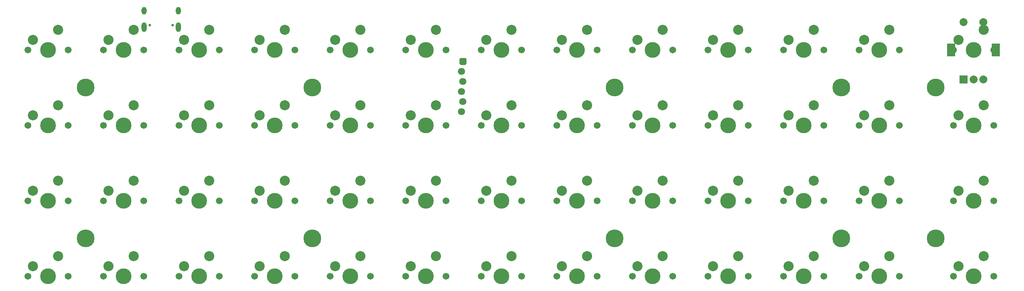
<source format=gts>
G04 #@! TF.GenerationSoftware,KiCad,Pcbnew,(5.1.10-1-10_14)*
G04 #@! TF.CreationDate,2021-08-22T11:13:13-05:00*
G04 #@! TF.ProjectId,ori,6f72692e-6b69-4636-9164-5f7063625858,rev?*
G04 #@! TF.SameCoordinates,Original*
G04 #@! TF.FileFunction,Soldermask,Top*
G04 #@! TF.FilePolarity,Negative*
%FSLAX46Y46*%
G04 Gerber Fmt 4.6, Leading zero omitted, Abs format (unit mm)*
G04 Created by KiCad (PCBNEW (5.1.10-1-10_14)) date 2021-08-22 11:13:13*
%MOMM*%
%LPD*%
G01*
G04 APERTURE LIST*
%ADD10C,4.500000*%
%ADD11C,2.540000*%
%ADD12C,1.701800*%
%ADD13C,3.987800*%
%ADD14R,2.000000X2.000000*%
%ADD15C,2.000000*%
%ADD16R,2.000000X3.200000*%
%ADD17C,1.803400*%
%ADD18O,1.300000X1.900000*%
%ADD19C,0.650000*%
%ADD20O,1.300000X2.400000*%
G04 APERTURE END LIST*
D10*
X96440641Y-62706266D03*
X153590689Y-100806298D03*
X286940801Y-62706266D03*
X286940801Y-100806298D03*
X229790753Y-62706266D03*
X153590689Y-62706266D03*
X229790753Y-100806298D03*
X96440641Y-100806298D03*
X310753321Y-100806298D03*
X310753321Y-62706266D03*
D11*
X316468185Y-69691370D03*
X322818185Y-67151370D03*
D12*
X325358185Y-72231370D03*
X315198185Y-72231370D03*
D13*
X320278185Y-72231370D03*
D11*
X121205625Y-50641250D03*
X127555625Y-48101250D03*
D12*
X130095625Y-53181250D03*
X119935625Y-53181250D03*
D13*
X125015625Y-53181250D03*
D11*
X316468185Y-107791530D03*
X322818185Y-105251530D03*
D12*
X325358185Y-110331530D03*
X315198185Y-110331530D03*
D13*
X320278185Y-110331530D03*
D14*
X317752725Y-60693950D03*
D15*
X320252725Y-60693950D03*
X322752725Y-60693950D03*
D16*
X314652725Y-53193950D03*
X325852725Y-53193950D03*
D15*
X317752725Y-46193950D03*
X322752725Y-46193950D03*
G36*
G01*
X192448100Y-55649150D02*
X192448100Y-56550850D01*
G75*
G02*
X191997250Y-57001700I-450850J0D01*
G01*
X191095550Y-57001700D01*
G75*
G02*
X190644700Y-56550850I0J450850D01*
G01*
X190644700Y-55649150D01*
G75*
G02*
X191095550Y-55198300I450850J0D01*
G01*
X191997250Y-55198300D01*
G75*
G02*
X192448100Y-55649150I0J-450850D01*
G01*
G37*
D17*
X191140000Y-58640000D03*
X191546400Y-61180000D03*
X191140000Y-63720000D03*
X191546400Y-66260000D03*
X191140000Y-68800000D03*
D18*
X111189825Y-43258627D03*
D19*
X112599825Y-46907627D03*
X118379825Y-46907627D03*
D18*
X119789825Y-43258627D03*
D20*
X119789825Y-47458627D03*
X111189825Y-47458627D03*
D13*
X320278125Y-53181250D03*
D12*
X315198125Y-53181250D03*
X325358125Y-53181250D03*
D11*
X322818125Y-48101250D03*
X316468125Y-50641250D03*
X316468185Y-88741450D03*
X322818185Y-86201450D03*
D12*
X325358185Y-91281450D03*
X315198185Y-91281450D03*
D13*
X320278185Y-91281450D03*
D11*
X83105625Y-50641250D03*
X89455625Y-48101250D03*
D12*
X91995625Y-53181250D03*
X81835625Y-53181250D03*
D13*
X86915625Y-53181250D03*
D11*
X102155625Y-50641250D03*
X108505625Y-48101250D03*
D12*
X111045625Y-53181250D03*
X100885625Y-53181250D03*
D13*
X105965625Y-53181250D03*
X144065625Y-53181250D03*
D12*
X138985625Y-53181250D03*
X149145625Y-53181250D03*
D11*
X146605625Y-48101250D03*
X140255625Y-50641250D03*
X159305625Y-50641250D03*
X165655625Y-48101250D03*
D12*
X168195625Y-53181250D03*
X158035625Y-53181250D03*
D13*
X163115625Y-53181250D03*
D11*
X178355625Y-50641250D03*
X184705625Y-48101250D03*
D12*
X187245625Y-53181250D03*
X177085625Y-53181250D03*
D13*
X182165625Y-53181250D03*
D11*
X197405625Y-50641250D03*
X203755625Y-48101250D03*
D12*
X206295625Y-53181250D03*
X196135625Y-53181250D03*
D13*
X201215625Y-53181250D03*
D11*
X216455625Y-50641250D03*
X222805625Y-48101250D03*
D12*
X225345625Y-53181250D03*
X215185625Y-53181250D03*
D13*
X220265625Y-53181250D03*
D11*
X235505625Y-50641250D03*
X241855625Y-48101250D03*
D12*
X244395625Y-53181250D03*
X234235625Y-53181250D03*
D13*
X239315625Y-53181250D03*
D11*
X254555625Y-50641250D03*
X260905625Y-48101250D03*
D12*
X263445625Y-53181250D03*
X253285625Y-53181250D03*
D13*
X258365625Y-53181250D03*
D11*
X273605625Y-50641250D03*
X279955625Y-48101250D03*
D12*
X282495625Y-53181250D03*
X272335625Y-53181250D03*
D13*
X277415625Y-53181250D03*
D11*
X292655625Y-50641250D03*
X299005625Y-48101250D03*
D12*
X301545625Y-53181250D03*
X291385625Y-53181250D03*
D13*
X296465625Y-53181250D03*
D11*
X83105625Y-69691250D03*
X89455625Y-67151250D03*
D12*
X91995625Y-72231250D03*
X81835625Y-72231250D03*
D13*
X86915625Y-72231250D03*
D11*
X102155625Y-69691250D03*
X108505625Y-67151250D03*
D12*
X111045625Y-72231250D03*
X100885625Y-72231250D03*
D13*
X105965625Y-72231250D03*
D11*
X121205625Y-69691250D03*
X127555625Y-67151250D03*
D12*
X130095625Y-72231250D03*
X119935625Y-72231250D03*
D13*
X125015625Y-72231250D03*
D11*
X140260799Y-69691250D03*
X146610799Y-67151250D03*
D12*
X149150799Y-72231250D03*
X138990799Y-72231250D03*
D13*
X144070799Y-72231250D03*
D11*
X159305625Y-69691250D03*
X165655625Y-67151250D03*
D12*
X168195625Y-72231250D03*
X158035625Y-72231250D03*
D13*
X163115625Y-72231250D03*
D11*
X178355625Y-69691250D03*
X184705625Y-67151250D03*
D12*
X187245625Y-72231250D03*
X177085625Y-72231250D03*
D13*
X182165625Y-72231250D03*
D11*
X197405625Y-69691250D03*
X203755625Y-67151250D03*
D12*
X206295625Y-72231250D03*
X196135625Y-72231250D03*
D13*
X201215625Y-72231250D03*
D11*
X216455625Y-69691250D03*
X222805625Y-67151250D03*
D12*
X225345625Y-72231250D03*
X215185625Y-72231250D03*
D13*
X220265625Y-72231250D03*
D11*
X235505625Y-69691250D03*
X241855625Y-67151250D03*
D12*
X244395625Y-72231250D03*
X234235625Y-72231250D03*
D13*
X239315625Y-72231250D03*
D11*
X254555625Y-69691250D03*
X260905625Y-67151250D03*
D12*
X263445625Y-72231250D03*
X253285625Y-72231250D03*
D13*
X258365625Y-72231250D03*
D11*
X273605625Y-69691250D03*
X279955625Y-67151250D03*
D12*
X282495625Y-72231250D03*
X272335625Y-72231250D03*
D13*
X277415625Y-72231250D03*
D11*
X292655625Y-69691250D03*
X299005625Y-67151250D03*
D12*
X301545625Y-72231250D03*
X291385625Y-72231250D03*
D13*
X296465625Y-72231250D03*
D11*
X83105625Y-88741250D03*
X89455625Y-86201250D03*
D12*
X91995625Y-91281250D03*
X81835625Y-91281250D03*
D13*
X86915625Y-91281250D03*
D11*
X102155625Y-88741250D03*
X108505625Y-86201250D03*
D12*
X111045625Y-91281250D03*
X100885625Y-91281250D03*
D13*
X105965625Y-91281250D03*
D11*
X121205625Y-88741250D03*
X127555625Y-86201250D03*
D12*
X130095625Y-91281250D03*
X119935625Y-91281250D03*
D13*
X125015625Y-91281250D03*
D11*
X140255625Y-88741250D03*
X146605625Y-86201250D03*
D12*
X149145625Y-91281250D03*
X138985625Y-91281250D03*
D13*
X144065625Y-91281250D03*
D11*
X159305625Y-88741250D03*
X165655625Y-86201250D03*
D12*
X168195625Y-91281250D03*
X158035625Y-91281250D03*
D13*
X163115625Y-91281250D03*
D11*
X178355625Y-88741250D03*
X184705625Y-86201250D03*
D12*
X187245625Y-91281250D03*
X177085625Y-91281250D03*
D13*
X182165625Y-91281250D03*
D11*
X216455625Y-88741250D03*
X222805625Y-86201250D03*
D12*
X225345625Y-91281250D03*
X215185625Y-91281250D03*
D13*
X220265625Y-91281250D03*
D11*
X235505625Y-88741250D03*
X241855625Y-86201250D03*
D12*
X244395625Y-91281250D03*
X234235625Y-91281250D03*
D13*
X239315625Y-91281250D03*
D11*
X254555625Y-88741250D03*
X260905625Y-86201250D03*
D12*
X263445625Y-91281250D03*
X253285625Y-91281250D03*
D13*
X258365625Y-91281250D03*
D11*
X273605625Y-88741250D03*
X279955625Y-86201250D03*
D12*
X282495625Y-91281250D03*
X272335625Y-91281250D03*
D13*
X277415625Y-91281250D03*
D11*
X83105625Y-107791250D03*
X89455625Y-105251250D03*
D12*
X91995625Y-110331250D03*
X81835625Y-110331250D03*
D13*
X86915625Y-110331250D03*
D11*
X102155625Y-107791250D03*
X108505625Y-105251250D03*
D12*
X111045625Y-110331250D03*
X100885625Y-110331250D03*
D13*
X105965625Y-110331250D03*
D11*
X121205625Y-107791250D03*
X127555625Y-105251250D03*
D12*
X130095625Y-110331250D03*
X119935625Y-110331250D03*
D13*
X125015625Y-110331250D03*
D11*
X140255625Y-107791250D03*
X146605625Y-105251250D03*
D12*
X149145625Y-110331250D03*
X138985625Y-110331250D03*
D13*
X144065625Y-110331250D03*
D11*
X159305625Y-107791250D03*
X165655625Y-105251250D03*
D12*
X168195625Y-110331250D03*
X158035625Y-110331250D03*
D13*
X163115625Y-110331250D03*
D11*
X178355625Y-107791250D03*
X184705625Y-105251250D03*
D12*
X187245625Y-110331250D03*
X177085625Y-110331250D03*
D13*
X182165625Y-110331250D03*
D11*
X216455625Y-107791250D03*
X222805625Y-105251250D03*
D12*
X225345625Y-110331250D03*
X215185625Y-110331250D03*
D13*
X220265625Y-110331250D03*
D11*
X235505625Y-107791250D03*
X241855625Y-105251250D03*
D12*
X244395625Y-110331250D03*
X234235625Y-110331250D03*
D13*
X239315625Y-110331250D03*
D11*
X254555625Y-107791250D03*
X260905625Y-105251250D03*
D12*
X263445625Y-110331250D03*
X253285625Y-110331250D03*
D13*
X258365625Y-110331250D03*
D11*
X273605625Y-107791250D03*
X279955625Y-105251250D03*
D12*
X282495625Y-110331250D03*
X272335625Y-110331250D03*
D13*
X277415625Y-110331250D03*
D11*
X197405625Y-88741250D03*
X203755625Y-86201250D03*
D12*
X206295625Y-91281250D03*
X196135625Y-91281250D03*
D13*
X201215625Y-91281250D03*
D11*
X197405625Y-107791250D03*
X203755625Y-105251250D03*
D12*
X206295625Y-110331250D03*
X196135625Y-110331250D03*
D13*
X201215625Y-110331250D03*
D11*
X292655625Y-88741250D03*
X299005625Y-86201250D03*
D12*
X301545625Y-91281250D03*
X291385625Y-91281250D03*
D13*
X296465625Y-91281250D03*
D11*
X292655625Y-107791250D03*
X299005625Y-105251250D03*
D12*
X301545625Y-110331250D03*
X291385625Y-110331250D03*
D13*
X296465625Y-110331250D03*
M02*

</source>
